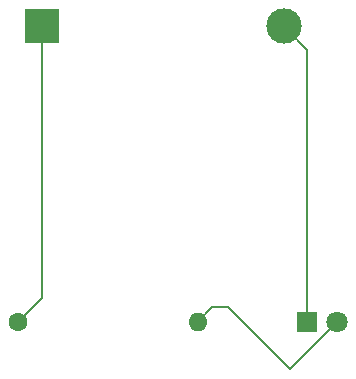
<source format=gbr>
%TF.GenerationSoftware,KiCad,Pcbnew,8.0.2-1*%
%TF.CreationDate,2024-05-29T18:24:22-05:00*%
%TF.ProjectId,circuit,63697263-7569-4742-9e6b-696361645f70,rev?*%
%TF.SameCoordinates,Original*%
%TF.FileFunction,Copper,L2,Bot*%
%TF.FilePolarity,Positive*%
%FSLAX46Y46*%
G04 Gerber Fmt 4.6, Leading zero omitted, Abs format (unit mm)*
G04 Created by KiCad (PCBNEW 8.0.2-1) date 2024-05-29 18:24:22*
%MOMM*%
%LPD*%
G01*
G04 APERTURE LIST*
%TA.AperFunction,ComponentPad*%
%ADD10C,1.600000*%
%TD*%
%TA.AperFunction,ComponentPad*%
%ADD11O,1.600000X1.600000*%
%TD*%
%TA.AperFunction,ComponentPad*%
%ADD12R,1.800000X1.800000*%
%TD*%
%TA.AperFunction,ComponentPad*%
%ADD13C,1.800000*%
%TD*%
%TA.AperFunction,ComponentPad*%
%ADD14R,3.000000X3.000000*%
%TD*%
%TA.AperFunction,ComponentPad*%
%ADD15C,3.000000*%
%TD*%
%TA.AperFunction,Conductor*%
%ADD16C,0.200000*%
%TD*%
G04 APERTURE END LIST*
D10*
%TO.P,R1,1*%
%TO.N,Net-(BT1-+)*%
X119000000Y-104000000D03*
D11*
%TO.P,R1,2*%
%TO.N,Net-(D1-A)*%
X134240000Y-104000000D03*
%TD*%
D12*
%TO.P,D1,1,K*%
%TO.N,Net-(BT1--)*%
X143460000Y-104000000D03*
D13*
%TO.P,D1,2,A*%
%TO.N,Net-(D1-A)*%
X146000000Y-104000000D03*
%TD*%
D14*
%TO.P,BT1,1,+*%
%TO.N,Net-(BT1-+)*%
X121000000Y-79000000D03*
D15*
%TO.P,BT1,2,-*%
%TO.N,Net-(BT1--)*%
X141490000Y-79000000D03*
%TD*%
D16*
%TO.N,Net-(BT1-+)*%
X121000000Y-79000000D02*
X121000000Y-102000000D01*
X121000000Y-102000000D02*
X119000000Y-104000000D01*
%TO.N,Net-(BT1--)*%
X143460000Y-104000000D02*
X143460000Y-80970000D01*
X143460000Y-80970000D02*
X141490000Y-79000000D01*
%TO.N,Net-(D1-A)*%
X134240000Y-104000000D02*
X135440000Y-102800000D01*
X136800000Y-102800000D02*
X142000000Y-108000000D01*
X142000000Y-108000000D02*
X146000000Y-104000000D01*
X135440000Y-102800000D02*
X136800000Y-102800000D01*
%TD*%
M02*

</source>
